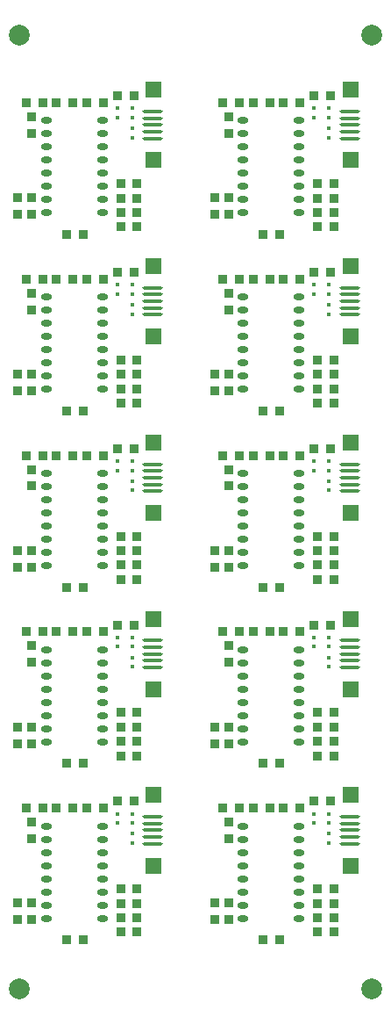
<source format=gbr>
%TF.GenerationSoftware,Altium Limited,Altium Designer,20.1.8 (145)*%
G04 Layer_Color=10066410*
%FSLAX45Y45*%
%MOMM*%
%TF.SameCoordinates,B3CF18BB-8163-4733-9D89-4CFBB204D872*%
%TF.FilePolarity,Positive*%
%TF.FileFunction,Paste,Bot*%
%TF.Part,CustomerPanel*%
G01*
G75*
%TA.AperFunction,SMDPad,CuDef*%
%ADD16C,2.00000*%
G04:AMPARAMS|DCode=17|XSize=1.6mm|YSize=1.6mm|CornerRadius=0.008mm|HoleSize=0mm|Usage=FLASHONLY|Rotation=270.000|XOffset=0mm|YOffset=0mm|HoleType=Round|Shape=RoundedRectangle|*
%AMROUNDEDRECTD17*
21,1,1.60000,1.58400,0,0,270.0*
21,1,1.58400,1.60000,0,0,270.0*
1,1,0.01600,-0.79200,-0.79200*
1,1,0.01600,-0.79200,0.79200*
1,1,0.01600,0.79200,0.79200*
1,1,0.01600,0.79200,-0.79200*
%
%ADD17ROUNDEDRECTD17*%
%TA.AperFunction,ConnectorPad*%
G04:AMPARAMS|DCode=18|XSize=0.35mm|YSize=2mm|CornerRadius=0.175mm|HoleSize=0mm|Usage=FLASHONLY|Rotation=270.000|XOffset=0mm|YOffset=0mm|HoleType=Round|Shape=RoundedRectangle|*
%AMROUNDEDRECTD18*
21,1,0.35000,1.65000,0,0,270.0*
21,1,0.00000,2.00000,0,0,270.0*
1,1,0.35000,-0.82500,0.00000*
1,1,0.35000,-0.82500,0.00000*
1,1,0.35000,0.82500,0.00000*
1,1,0.35000,0.82500,0.00000*
%
%ADD18ROUNDEDRECTD18*%
%TA.AperFunction,SMDPad,CuDef*%
G04:AMPARAMS|DCode=19|XSize=0.9mm|YSize=0.9mm|CornerRadius=0.045mm|HoleSize=0mm|Usage=FLASHONLY|Rotation=180.000|XOffset=0mm|YOffset=0mm|HoleType=Round|Shape=RoundedRectangle|*
%AMROUNDEDRECTD19*
21,1,0.90000,0.81000,0,0,180.0*
21,1,0.81000,0.90000,0,0,180.0*
1,1,0.09000,-0.40500,0.40500*
1,1,0.09000,0.40500,0.40500*
1,1,0.09000,0.40500,-0.40500*
1,1,0.09000,-0.40500,-0.40500*
%
%ADD19ROUNDEDRECTD19*%
%ADD20O,1.05000X0.60000*%
G04:AMPARAMS|DCode=21|XSize=0.4mm|YSize=0.4mm|CornerRadius=0.002mm|HoleSize=0mm|Usage=FLASHONLY|Rotation=270.000|XOffset=0mm|YOffset=0mm|HoleType=Round|Shape=RoundedRectangle|*
%AMROUNDEDRECTD21*
21,1,0.40000,0.39600,0,0,270.0*
21,1,0.39600,0.40000,0,0,270.0*
1,1,0.00400,-0.19800,-0.19800*
1,1,0.00400,-0.19800,0.19800*
1,1,0.00400,0.19800,0.19800*
1,1,0.00400,0.19800,-0.19800*
%
%ADD21ROUNDEDRECTD21*%
G04:AMPARAMS|DCode=22|XSize=0.9mm|YSize=0.9mm|CornerRadius=0.0045mm|HoleSize=0mm|Usage=FLASHONLY|Rotation=0.000|XOffset=0mm|YOffset=0mm|HoleType=Round|Shape=RoundedRectangle|*
%AMROUNDEDRECTD22*
21,1,0.90000,0.89100,0,0,0.0*
21,1,0.89100,0.90000,0,0,0.0*
1,1,0.00900,0.44550,-0.44550*
1,1,0.00900,-0.44550,-0.44550*
1,1,0.00900,-0.44550,0.44550*
1,1,0.00900,0.44550,0.44550*
%
%ADD22ROUNDEDRECTD22*%
G04:AMPARAMS|DCode=23|XSize=0.9mm|YSize=0.9mm|CornerRadius=0.0045mm|HoleSize=0mm|Usage=FLASHONLY|Rotation=90.000|XOffset=0mm|YOffset=0mm|HoleType=Round|Shape=RoundedRectangle|*
%AMROUNDEDRECTD23*
21,1,0.90000,0.89100,0,0,90.0*
21,1,0.89100,0.90000,0,0,90.0*
1,1,0.00900,0.44550,0.44550*
1,1,0.00900,0.44550,-0.44550*
1,1,0.00900,-0.44550,-0.44550*
1,1,0.00900,-0.44550,0.44550*
%
%ADD23ROUNDEDRECTD23*%
D16*
X4100000Y9500000D02*
D03*
X700000D02*
D03*
X4100000Y300000D02*
D03*
X700000D02*
D03*
D17*
X1993800Y1492000D02*
D03*
Y2172000D02*
D03*
X3893800Y1492000D02*
D03*
Y2172000D02*
D03*
X1993800Y3192000D02*
D03*
Y3872000D02*
D03*
X3893800Y3192000D02*
D03*
Y3872000D02*
D03*
X1993800Y4892000D02*
D03*
Y5572000D02*
D03*
X3893800Y4892000D02*
D03*
Y5572000D02*
D03*
X1993800Y6592000D02*
D03*
Y7272000D02*
D03*
X3893800Y6592000D02*
D03*
Y7272000D02*
D03*
X1993800Y8292000D02*
D03*
Y8972000D02*
D03*
X3893800Y8292000D02*
D03*
Y8972000D02*
D03*
D18*
X1986300Y1832000D02*
D03*
Y1702000D02*
D03*
Y1767000D02*
D03*
Y1962000D02*
D03*
Y1897000D02*
D03*
X3886300Y1832000D02*
D03*
Y1702000D02*
D03*
Y1767000D02*
D03*
Y1962000D02*
D03*
Y1897000D02*
D03*
X1986300Y3532000D02*
D03*
Y3402000D02*
D03*
Y3467000D02*
D03*
Y3662000D02*
D03*
Y3597000D02*
D03*
X3886300Y3532000D02*
D03*
Y3402000D02*
D03*
Y3467000D02*
D03*
Y3662000D02*
D03*
Y3597000D02*
D03*
X1986300Y5232000D02*
D03*
Y5102000D02*
D03*
Y5167000D02*
D03*
Y5362000D02*
D03*
Y5297000D02*
D03*
X3886300Y5232000D02*
D03*
Y5102000D02*
D03*
Y5167000D02*
D03*
Y5362000D02*
D03*
Y5297000D02*
D03*
X1986300Y6932000D02*
D03*
Y6802000D02*
D03*
Y6867000D02*
D03*
Y7062000D02*
D03*
Y6997000D02*
D03*
X3886300Y6932000D02*
D03*
Y6802000D02*
D03*
Y6867000D02*
D03*
Y7062000D02*
D03*
Y6997000D02*
D03*
X1986300Y8632000D02*
D03*
Y8502000D02*
D03*
Y8567000D02*
D03*
Y8762000D02*
D03*
Y8697000D02*
D03*
X3886300Y8632000D02*
D03*
Y8502000D02*
D03*
Y8567000D02*
D03*
Y8762000D02*
D03*
Y8697000D02*
D03*
D19*
X1801140Y2112860D02*
D03*
X1641140D02*
D03*
X3701140D02*
D03*
X3541140D02*
D03*
X1801140Y3812860D02*
D03*
X1641140D02*
D03*
X3701140D02*
D03*
X3541140D02*
D03*
X1801140Y5512860D02*
D03*
X1641140D02*
D03*
X3701140D02*
D03*
X3541140D02*
D03*
X1801140Y7212860D02*
D03*
X1641140D02*
D03*
X3701140D02*
D03*
X3541140D02*
D03*
X1801140Y8912860D02*
D03*
X1641140D02*
D03*
X3701140D02*
D03*
X3541140D02*
D03*
D20*
X958980Y984480D02*
D03*
Y1111480D02*
D03*
Y1238480D02*
D03*
Y1365480D02*
D03*
Y1492480D02*
D03*
Y1619480D02*
D03*
Y1746480D02*
D03*
Y1873480D02*
D03*
X1498980Y984480D02*
D03*
Y1111480D02*
D03*
Y1238480D02*
D03*
Y1365480D02*
D03*
Y1492480D02*
D03*
Y1619480D02*
D03*
Y1746480D02*
D03*
Y1873480D02*
D03*
X2858980Y984480D02*
D03*
Y1111480D02*
D03*
Y1238480D02*
D03*
Y1365480D02*
D03*
Y1492480D02*
D03*
Y1619480D02*
D03*
Y1746480D02*
D03*
Y1873480D02*
D03*
X3398980Y984480D02*
D03*
Y1111480D02*
D03*
Y1238480D02*
D03*
Y1365480D02*
D03*
Y1492480D02*
D03*
Y1619480D02*
D03*
Y1746480D02*
D03*
Y1873480D02*
D03*
X958980Y2684480D02*
D03*
Y2811480D02*
D03*
Y2938480D02*
D03*
Y3065480D02*
D03*
Y3192480D02*
D03*
Y3319480D02*
D03*
Y3446480D02*
D03*
Y3573480D02*
D03*
X1498980Y2684480D02*
D03*
Y2811480D02*
D03*
Y2938480D02*
D03*
Y3065480D02*
D03*
Y3192480D02*
D03*
Y3319480D02*
D03*
Y3446480D02*
D03*
Y3573480D02*
D03*
X2858980Y2684480D02*
D03*
Y2811480D02*
D03*
Y2938480D02*
D03*
Y3065480D02*
D03*
Y3192480D02*
D03*
Y3319480D02*
D03*
Y3446480D02*
D03*
Y3573480D02*
D03*
X3398980Y2684480D02*
D03*
Y2811480D02*
D03*
Y2938480D02*
D03*
Y3065480D02*
D03*
Y3192480D02*
D03*
Y3319480D02*
D03*
Y3446480D02*
D03*
Y3573480D02*
D03*
X958980Y4384480D02*
D03*
Y4511480D02*
D03*
Y4638480D02*
D03*
Y4765480D02*
D03*
Y4892480D02*
D03*
Y5019480D02*
D03*
Y5146480D02*
D03*
Y5273480D02*
D03*
X1498980Y4384480D02*
D03*
Y4511480D02*
D03*
Y4638480D02*
D03*
Y4765480D02*
D03*
Y4892480D02*
D03*
Y5019480D02*
D03*
Y5146480D02*
D03*
Y5273480D02*
D03*
X2858980Y4384480D02*
D03*
Y4511480D02*
D03*
Y4638480D02*
D03*
Y4765480D02*
D03*
Y4892480D02*
D03*
Y5019480D02*
D03*
Y5146480D02*
D03*
Y5273480D02*
D03*
X3398980Y4384480D02*
D03*
Y4511480D02*
D03*
Y4638480D02*
D03*
Y4765480D02*
D03*
Y4892480D02*
D03*
Y5019480D02*
D03*
Y5146480D02*
D03*
Y5273480D02*
D03*
X958980Y6084480D02*
D03*
Y6211480D02*
D03*
Y6338480D02*
D03*
Y6465480D02*
D03*
Y6592480D02*
D03*
Y6719480D02*
D03*
Y6846480D02*
D03*
Y6973480D02*
D03*
X1498980Y6084480D02*
D03*
Y6211480D02*
D03*
Y6338480D02*
D03*
Y6465480D02*
D03*
Y6592480D02*
D03*
Y6719480D02*
D03*
Y6846480D02*
D03*
Y6973480D02*
D03*
X2858980Y6084480D02*
D03*
Y6211480D02*
D03*
Y6338480D02*
D03*
Y6465480D02*
D03*
Y6592480D02*
D03*
Y6719480D02*
D03*
Y6846480D02*
D03*
Y6973480D02*
D03*
X3398980Y6084480D02*
D03*
Y6211480D02*
D03*
Y6338480D02*
D03*
Y6465480D02*
D03*
Y6592480D02*
D03*
Y6719480D02*
D03*
Y6846480D02*
D03*
Y6973480D02*
D03*
X958980Y7784480D02*
D03*
Y7911480D02*
D03*
Y8038480D02*
D03*
Y8165480D02*
D03*
Y8292480D02*
D03*
Y8419480D02*
D03*
Y8546480D02*
D03*
Y8673480D02*
D03*
X1498980Y7784480D02*
D03*
Y7911480D02*
D03*
Y8038480D02*
D03*
Y8165480D02*
D03*
Y8292480D02*
D03*
Y8419480D02*
D03*
Y8546480D02*
D03*
Y8673480D02*
D03*
X2858980Y7784480D02*
D03*
Y7911480D02*
D03*
Y8038480D02*
D03*
Y8165480D02*
D03*
Y8292480D02*
D03*
Y8419480D02*
D03*
Y8546480D02*
D03*
Y8673480D02*
D03*
X3398980Y7784480D02*
D03*
Y7911480D02*
D03*
Y8038480D02*
D03*
Y8165480D02*
D03*
Y8292480D02*
D03*
Y8419480D02*
D03*
Y8546480D02*
D03*
Y8673480D02*
D03*
D21*
X1788248Y1799620D02*
D03*
Y1709619D02*
D03*
Y1992080D02*
D03*
Y1902080D02*
D03*
X1641440Y1992080D02*
D03*
Y1902080D02*
D03*
X3688248Y1799620D02*
D03*
Y1709619D02*
D03*
Y1992080D02*
D03*
Y1902080D02*
D03*
X3541440Y1992080D02*
D03*
Y1902080D02*
D03*
X1788248Y3499620D02*
D03*
Y3409620D02*
D03*
Y3692080D02*
D03*
Y3602080D02*
D03*
X1641440Y3692080D02*
D03*
Y3602080D02*
D03*
X3688248Y3499620D02*
D03*
Y3409620D02*
D03*
Y3692080D02*
D03*
Y3602080D02*
D03*
X3541440Y3692080D02*
D03*
Y3602080D02*
D03*
X1788248Y5199620D02*
D03*
Y5109620D02*
D03*
Y5392080D02*
D03*
Y5302080D02*
D03*
X1641440Y5392080D02*
D03*
Y5302080D02*
D03*
X3688248Y5199620D02*
D03*
Y5109620D02*
D03*
Y5392080D02*
D03*
Y5302080D02*
D03*
X3541440Y5392080D02*
D03*
Y5302080D02*
D03*
X1788248Y6899620D02*
D03*
Y6809620D02*
D03*
Y7092080D02*
D03*
Y7002080D02*
D03*
X1641440Y7092080D02*
D03*
Y7002080D02*
D03*
X3688248Y6899620D02*
D03*
Y6809620D02*
D03*
Y7092080D02*
D03*
Y7002080D02*
D03*
X3541440Y7092080D02*
D03*
Y7002080D02*
D03*
X1788248Y8599620D02*
D03*
Y8509620D02*
D03*
Y8792080D02*
D03*
Y8702080D02*
D03*
X1641440Y8792080D02*
D03*
Y8702080D02*
D03*
X3688248Y8599620D02*
D03*
Y8509620D02*
D03*
Y8792080D02*
D03*
Y8702080D02*
D03*
X3541440Y8792080D02*
D03*
Y8702080D02*
D03*
D22*
X1152840Y775500D02*
D03*
X1312840D02*
D03*
X680340Y969240D02*
D03*
Y1129240D02*
D03*
X816600Y1751540D02*
D03*
Y1911540D02*
D03*
X817500Y969240D02*
D03*
Y1129240D02*
D03*
X3052840Y775500D02*
D03*
X3212840D02*
D03*
X2580340Y969240D02*
D03*
Y1129240D02*
D03*
X2716600Y1751540D02*
D03*
Y1911540D02*
D03*
X2717500Y969240D02*
D03*
Y1129240D02*
D03*
X1152840Y2475500D02*
D03*
X1312840D02*
D03*
X680340Y2669240D02*
D03*
Y2829240D02*
D03*
X816600Y3451540D02*
D03*
Y3611540D02*
D03*
X817500Y2669240D02*
D03*
Y2829240D02*
D03*
X3052840Y2475500D02*
D03*
X3212840D02*
D03*
X2580340Y2669240D02*
D03*
Y2829240D02*
D03*
X2716600Y3451540D02*
D03*
Y3611540D02*
D03*
X2717500Y2669240D02*
D03*
Y2829240D02*
D03*
X1152840Y4175500D02*
D03*
X1312840D02*
D03*
X680340Y4369240D02*
D03*
Y4529240D02*
D03*
X816600Y5151540D02*
D03*
Y5311540D02*
D03*
X817500Y4369240D02*
D03*
Y4529240D02*
D03*
X3052840Y4175500D02*
D03*
X3212840D02*
D03*
X2580340Y4369240D02*
D03*
Y4529240D02*
D03*
X2716600Y5151540D02*
D03*
Y5311540D02*
D03*
X2717500Y4369240D02*
D03*
Y4529240D02*
D03*
X1152840Y5875500D02*
D03*
X1312840D02*
D03*
X680340Y6069240D02*
D03*
Y6229240D02*
D03*
X816600Y6851540D02*
D03*
Y7011540D02*
D03*
X817500Y6069240D02*
D03*
Y6229240D02*
D03*
X3052840Y5875500D02*
D03*
X3212840D02*
D03*
X2580340Y6069240D02*
D03*
Y6229240D02*
D03*
X2716600Y6851540D02*
D03*
Y7011540D02*
D03*
X2717500Y6069240D02*
D03*
Y6229240D02*
D03*
X1152840Y7575500D02*
D03*
X1312840D02*
D03*
X680340Y7769240D02*
D03*
Y7929240D02*
D03*
X816600Y8551540D02*
D03*
Y8711540D02*
D03*
X817500Y7769240D02*
D03*
Y7929240D02*
D03*
X3052840Y7575500D02*
D03*
X3212840D02*
D03*
X2580340Y7769240D02*
D03*
Y7929240D02*
D03*
X2716600Y8551540D02*
D03*
Y8711540D02*
D03*
X2717500Y7769240D02*
D03*
Y7929240D02*
D03*
D23*
X1674904Y1127602D02*
D03*
X1834904D02*
D03*
X1674904Y849969D02*
D03*
X1834904D02*
D03*
X1674904Y988785D02*
D03*
X1834904D02*
D03*
X1674904Y1266418D02*
D03*
X1834904D02*
D03*
X763340Y2046325D02*
D03*
X923340D02*
D03*
X1348199D02*
D03*
X1508199D02*
D03*
X1215770D02*
D03*
X1055770D02*
D03*
X3574904Y1127602D02*
D03*
X3734904D02*
D03*
X3574904Y849969D02*
D03*
X3734904D02*
D03*
X3574904Y988785D02*
D03*
X3734904D02*
D03*
X3574904Y1266418D02*
D03*
X3734904D02*
D03*
X2663340Y2046325D02*
D03*
X2823340D02*
D03*
X3248199D02*
D03*
X3408199D02*
D03*
X3115770D02*
D03*
X2955770D02*
D03*
X1674904Y2827602D02*
D03*
X1834904D02*
D03*
X1674904Y2549969D02*
D03*
X1834904D02*
D03*
X1674904Y2688785D02*
D03*
X1834904D02*
D03*
X1674904Y2966419D02*
D03*
X1834904D02*
D03*
X763340Y3746325D02*
D03*
X923340D02*
D03*
X1348199D02*
D03*
X1508199D02*
D03*
X1215770D02*
D03*
X1055770D02*
D03*
X3574904Y2827602D02*
D03*
X3734904D02*
D03*
X3574904Y2549969D02*
D03*
X3734904D02*
D03*
X3574904Y2688785D02*
D03*
X3734904D02*
D03*
X3574904Y2966419D02*
D03*
X3734904D02*
D03*
X2663340Y3746325D02*
D03*
X2823340D02*
D03*
X3248199D02*
D03*
X3408199D02*
D03*
X3115770D02*
D03*
X2955770D02*
D03*
X1674904Y4527602D02*
D03*
X1834904D02*
D03*
X1674904Y4249969D02*
D03*
X1834904D02*
D03*
X1674904Y4388785D02*
D03*
X1834904D02*
D03*
X1674904Y4666419D02*
D03*
X1834904D02*
D03*
X763340Y5446325D02*
D03*
X923340D02*
D03*
X1348199D02*
D03*
X1508199D02*
D03*
X1215770D02*
D03*
X1055770D02*
D03*
X3574904Y4527602D02*
D03*
X3734904D02*
D03*
X3574904Y4249969D02*
D03*
X3734904D02*
D03*
X3574904Y4388785D02*
D03*
X3734904D02*
D03*
X3574904Y4666419D02*
D03*
X3734904D02*
D03*
X2663340Y5446325D02*
D03*
X2823340D02*
D03*
X3248199D02*
D03*
X3408199D02*
D03*
X3115770D02*
D03*
X2955770D02*
D03*
X1674904Y6227602D02*
D03*
X1834904D02*
D03*
X1674904Y5949969D02*
D03*
X1834904D02*
D03*
X1674904Y6088786D02*
D03*
X1834904D02*
D03*
X1674904Y6366419D02*
D03*
X1834904D02*
D03*
X763340Y7146325D02*
D03*
X923340D02*
D03*
X1348199D02*
D03*
X1508199D02*
D03*
X1215770D02*
D03*
X1055770D02*
D03*
X3574904Y6227602D02*
D03*
X3734904D02*
D03*
X3574904Y5949969D02*
D03*
X3734904D02*
D03*
X3574904Y6088786D02*
D03*
X3734904D02*
D03*
X3574904Y6366419D02*
D03*
X3734904D02*
D03*
X2663340Y7146325D02*
D03*
X2823340D02*
D03*
X3248199D02*
D03*
X3408199D02*
D03*
X3115770D02*
D03*
X2955770D02*
D03*
X1674904Y7927602D02*
D03*
X1834904D02*
D03*
X1674904Y7649969D02*
D03*
X1834904D02*
D03*
X1674904Y7788786D02*
D03*
X1834904D02*
D03*
X1674904Y8066419D02*
D03*
X1834904D02*
D03*
X763340Y8846325D02*
D03*
X923340D02*
D03*
X1348199D02*
D03*
X1508199D02*
D03*
X1215770D02*
D03*
X1055770D02*
D03*
X3574904Y7927602D02*
D03*
X3734904D02*
D03*
X3574904Y7649969D02*
D03*
X3734904D02*
D03*
X3574904Y7788786D02*
D03*
X3734904D02*
D03*
X3574904Y8066419D02*
D03*
X3734904D02*
D03*
X2663340Y8846325D02*
D03*
X2823340D02*
D03*
X3248199D02*
D03*
X3408199D02*
D03*
X3115770D02*
D03*
X2955770D02*
D03*
%TF.MD5,65b1fd181eed9733ba461698460c668e*%
M02*

</source>
